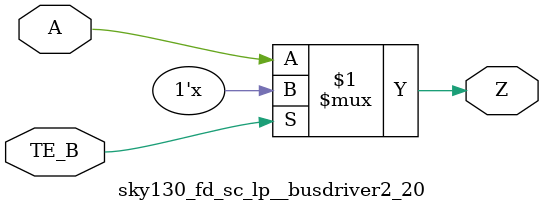
<source format=v>
/*
 * Copyright 2020 The SkyWater PDK Authors
 *
 * Licensed under the Apache License, Version 2.0 (the "License");
 * you may not use this file except in compliance with the License.
 * You may obtain a copy of the License at
 *
 *     https://www.apache.org/licenses/LICENSE-2.0
 *
 * Unless required by applicable law or agreed to in writing, software
 * distributed under the License is distributed on an "AS IS" BASIS,
 * WITHOUT WARRANTIES OR CONDITIONS OF ANY KIND, either express or implied.
 * See the License for the specific language governing permissions and
 * limitations under the License.
 *
 * SPDX-License-Identifier: Apache-2.0
*/


`ifndef SKY130_FD_SC_LP__BUSDRIVER2_20_FUNCTIONAL_V
`define SKY130_FD_SC_LP__BUSDRIVER2_20_FUNCTIONAL_V

/**
 * busdriver2: Bus driver (pmos devices).
 *
 * Verilog simulation functional model.
 */

`timescale 1ns / 1ps
`default_nettype none

`celldefine
module sky130_fd_sc_lp__busdriver2_20 (
    Z   ,
    A   ,
    TE_B
);

    // Module ports
    output Z   ;
    input  A   ;
    input  TE_B;

    //     Name     Output  Other arguments
    bufif0 bufif00 (Z     , A, TE_B        );

endmodule
`endcelldefine

`default_nettype wire
`endif  // SKY130_FD_SC_LP__BUSDRIVER2_20_FUNCTIONAL_V

</source>
